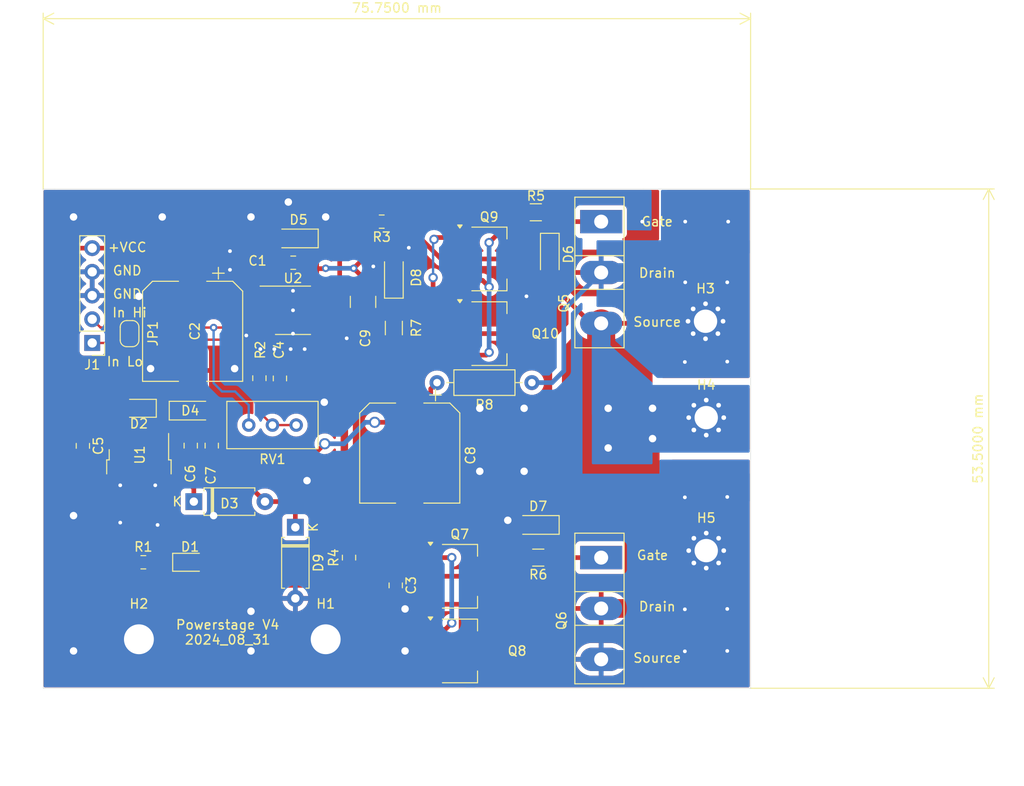
<source format=kicad_pcb>
(kicad_pcb (version 20240108) (generator "pcbnew") (generator_version "8.0")
  (title_block (title "Powerstage") (date "2024-08-31") (rev "A4"))
  (layers (0 "F.Cu" signal) (31 "B.Cu" signal) (34 "B.Paste" user) (35 "F.Paste" user) (36 "B.SilkS" user "B.Silkscreen") (37 "F.SilkS" user "F.Silkscreen") (38 "B.Mask" user) (39 "F.Mask" user) (44 "Edge.Cuts" user))
  (net 0 "")
  (net 1 "Net-(D2-K)")
  (net 2 "+36V")
  (net 3 "GND")
  (net 4 "Net-(D3-A)")
  (net 5 "+12V")
  (net 6 "Net-(D5-K)")
  (net 7 "CT")
  (net 8 "Net-(D8-K)")
  (net 9 "RT")
  (net 10 "Net-(D1-K)")
  (net 11 "Net-(D6-K)")
  (net 12 "Net-(D6-A)")
  (net 13 "Net-(R2-Pad1)")
  (net 14 "Net-(D7-K)")
  (net 15 "Net-(Q7-E)")
  (net 16 "Net-(Q7-B)")
  (net 17 "Net-(Q10-B)")
  (net 18 "Net-(Q10-E)")
  (net 19 "Net-(U2-HO)")
  (net 20 "Net-(U2-LO)")
  (footprint "Diode_SMD:D_SOD-123" (layer "F.Cu") (at 189.45 86.8 180)
    (property "Reference" "D5")
    (property "Value" "D_Schottky")
  )
  (footprint "Package_TO_SOT_THT:TO-247-3_Vertical" (layer "F.Cu") (at 222 85 -90)
    (property "Reference" "Q5")
    (property "Value" "C2M0025120D")
  )
  (footprint "Package_SO:SOP-8_3.76x4.96mm_P1.27mm" (layer "F.Cu") (at 189 94.5)
    (property "Reference" "U2")
    (property "Value" "U3115S")
  )
  (footprint "Capacitor_SMD:C_0805_2012Metric_Pad1.15x1.40mm_HandSolder" (layer "F.Cu") (at 189.025 89.4)
    (property "Reference" "C1")
    (property "Value" "100nF")
  )
  (footprint "Capacitor_SMD:CP_Elec_10x10.5" (layer "F.Cu") (at 178.25 96.75 -90)
    (property "Reference" "C2")
    (property "Value" "100uF")
  )
  (footprint "MountingHole:MountingHole_2.5mm_Pad_Via" (layer "F.Cu") (at 233.174175 95.674175)
    (property "Reference" "H3")
    (property "Value" "MountingHole_Pad")
  )
  (footprint "MountingHole:MountingHole_2.5mm_Pad_Via" (layer "F.Cu") (at 233.25 106)
    (property "Reference" "H4")
    (property "Value" "MountingHole_Pad")
  )
  (footprint "MountingHole:MountingHole_2.5mm_Pad_Via" (layer "F.Cu") (at 233.25 120.25)
    (property "Reference" "H5")
    (property "Value" "MountingHole_Pad")
  )
  (footprint "MountingHole:MountingHole_3.2mm_M3_DIN965_Pad" (layer "F.Cu") (at 172.5 129.75)
    (property "Reference" "H2")
    (property "Value" "MountingHole_Pad")
  )
  (footprint "Capacitor_SMD:C_0805_2012Metric_Pad1.15x1.40mm_HandSolder" (layer "F.Cu") (at 166.5 109.025 -90)
    (property "Reference" "C5")
    (property "Value" "1uF")
  )
  (footprint "Capacitor_SMD:C_0805_2012Metric_Pad1.15x1.40mm_HandSolder" (layer "F.Cu") (at 180.3 109 -90)
    (property "Reference" "C7")
    (property "Value" "100nF")
  )
  (footprint "Capacitor_SMD:CP_Elec_10x10.5" (layer "F.Cu") (at 201.5 109.8 -90)
    (property "Reference" "C8")
    (property "Value" "100uF")
  )
  (footprint "Capacitor_SMD:C_1210_3225Metric_Pad1.42x2.65mm_HandSolder" (layer "F.Cu") (at 196.5 93.6 -90)
    (property "Reference" "C9")
    (property "Value" "10uF")
  )
  (footprint "LED_SMD:LED_0805_2012Metric_Pad1.15x1.40mm_HandSolder" (layer "F.Cu") (at 177.975 121.5)
    (property "Reference" "D1")
    (property "Value" "LED")
  )
  (footprint "Diode_SMD:D_0805_2012Metric_Pad1.15x1.40mm_HandSolder" (layer "F.Cu") (at 172.5 105 180)
    (property "Reference" "D2")
    (property "Value" "D")
  )
  (footprint "Connector_PinHeader_2.54mm:PinHeader_1x05_P2.54mm_Vertical" (layer "F.Cu") (at 167.5 98 180)
    (property "Reference" "J1")
    (property "Value" "Conn_01x05_Female")
  )
  (footprint "Jumper:SolderJumper-2_P1.3mm_Bridged_RoundedPad1.0x1.5mm" (layer "F.Cu") (at 171.5 97 -90)
    (property "Reference" "JP1")
    (property "Value" "SolderJumper_2_Bridged")
  )
  (footprint "Resistor_SMD:R_0805_2012Metric_Pad1.15x1.40mm_HandSolder" (layer "F.Cu") (at 172.975 121.5)
    (property "Reference" "R1")
    (property "Value" "10k")
  )
  (footprint "Resistor_SMD:R_0805_2012Metric_Pad1.15x1.40mm_HandSolder" (layer "F.Cu") (at 198.5 85 180)
    (property "Reference" "R3")
    (property "Value" "10R")
  )
  (footprint "Resistor_SMD:R_0805_2012Metric_Pad1.15x1.40mm_HandSolder" (layer "F.Cu") (at 195 121 90)
    (property "Reference" "R4")
    (property "Value" "10R")
  )
  (footprint "Package_TO_SOT_SMD:TO-252-2" (layer "F.Cu") (at 172.5 113 -90)
    (property "Reference" "U1")
    (property "Value" "L7812")
  )
  (footprint "MountingHole:MountingHole_3.2mm_M3_DIN965_Pad" (layer "F.Cu") (at 192.5 129.75)
    (property "Reference" "H1")
    (property "Value" "MountingHole_Pad")
  )
  (footprint "Package_TO_SOT_THT:TO-247-3_Vertical" (layer "F.Cu") (at 222 121 -90)
    (property "Reference" "Q6")
    (property "Value" "C2M0025120D")
  )
  (footprint "Diode_SMD:D_SOD-123" (layer "F.Cu") (at 178 105.25)
    (property "Reference" "D4")
    (property "Value" "D")
  )
  (footprint "Diode_SMD:D_SOD-123" (layer "F.Cu") (at 216.5 88.5 -90)
    (property "Reference" "D6")
    (property "Value" "D_Zener")
  )
  (footprint "Diode_SMD:D_SOD-123" (layer "F.Cu") (at 215.25 117.5 180)
    (property "Reference" "D7")
    (property "Value" "D_Zener")
  )
  (footprint "Resistor_SMD:R_0805_2012Metric_Pad1.15x1.40mm_HandSolder" (layer "F.Cu") (at 185.4 101.775 90)
    (property "Reference" "R2")
    (property "Value" "R")
  )
  (footprint "Resistor_SMD:R_1206_3216Metric_Pad1.42x1.75mm_HandSolder" (layer "F.Cu") (at 215 84 180)
    (property "Reference" "R5")
    (property "Value" "1R")
  )
  (footprint "Resistor_SMD:R_1206_3216Metric_Pad1.42x1.75mm_HandSolder" (layer "F.Cu") (at 215.2625 121 180)
    (property "Reference" "R6")
    (property "Value" "1R")
  )
  (footprint "Potentiometer_THT:Potentiometer_Bourns_3296W_Vertical" (layer "F.Cu") (at 184.26 106.8 180)
    (property "Reference" "RV1")
    (property "Value" "R_POT_TRIM")
  )
  (footprint "Capacitor_SMD:C_0805_2012Metric_Pad1.15x1.40mm_HandSolder" (layer "F.Cu") (at 187.6 101.8 -90)
    (property "Reference" "C4")
    (property "Value" "C")
  )
  (footprint "Capacitor_SMD:C_0805_2012Metric_Pad1.15x1.40mm_HandSolder" (layer "F.Cu") (at 178.05 109 -90)
    (property "Reference" "C6")
    (property "Value" "100nF")
  )
  (footprint "Capacitor_SMD:C_0805_2012Metric_Pad1.15x1.40mm_HandSolder" (layer "F.Cu") (at 200 123.975 -90)
    (property "Reference" "C3")
    (property "Value" "100nF")
  )
  (footprint "Diode_THT:D_A-405_P7.62mm_Horizontal" (layer "F.Cu") (at 178.38 115)
    (property "Reference" "D3")
    (property "Value" "D")
  )
  (footprint "Diode_SMD:D_SOD-123" (layer "F.Cu") (at 199.8 90.95 90)
    (property "Reference" "D8")
    (property "Value" "D_Schottky")
  )
  (footprint "Resistor_SMD:R_1206_3216Metric_Pad1.30x1.75mm_HandSolder" (layer "F.Cu") (at 199.8 96.4 90)
    (property "Reference" "R7")
    (property "Value" "1R")
  )
  (footprint "Diode_THT:D_A-405_P7.62mm_Horizontal" (layer "F.Cu") (at 189.25 117.75 -90)
    (property "Reference" "D9")
    (property "Value" "24V-30V")
  )
  (footprint "Resistor_THT:R_Axial_DIN0207_L6.3mm_D2.5mm_P10.16mm_Horizontal" (layer "F.Cu") (at 214.58 102.25 180)
    (property "Reference" "R8")
    (property "Value" "50R")
  )
  (footprint "Package_TO_SOT_SMD:SOT-223-3_TabPin2" (layer "F.Cu") (at 210 97)
    (property "Reference" "Q10")
    (property "Value" "FZT953")
  )
  (footprint "Package_TO_SOT_SMD:SOT-223-3_TabPin2" (layer "F.Cu") (at 210 89)
    (property "Reference" "Q9")
    (property "Value" "FZT853")
  )
  (footprint "Package_TO_SOT_SMD:SOT-223-3_TabPin2" (layer "F.Cu") (at 206.85 123)
    (property "Reference" "Q7")
    (property "Value" "FZT853")
  )
  (footprint "Package_TO_SOT_SMD:SOT-223-3_TabPin2" (layer "F.Cu") (at 206.85 131)
    (property "Reference" "Q8")
    (property "Value" "FZT953")
  )
  (gr_line (start 238 135) (end 238 81.5) (stroke (width 0.05)) (layer "Edge.Cuts"))
  (gr_line (start 226.5 81.5) (end 238 81.5) (stroke (width 0.05)) (layer "Edge.Cuts"))
  (gr_line (start 226.5 135) (end 238 135) (stroke (width 0.05)) (layer "Edge.Cuts"))
  (gr_line (start 162.25 135) (end 162.25 81.5) (stroke (width 0.05)) (layer "Edge.Cuts"))
  (gr_line (start 163.5 81.5) (end 162.25 81.5) (stroke (width 0.05)) (layer "Edge.Cuts"))
  (gr_line (start 226.5 81.5) (end 163.5 81.5) (stroke (width 0.05)) (layer "Edge.Cuts"))
  (gr_line (start 163.5 135) (end 162.25 135) (stroke (width 0.05)) (layer "Edge.Cuts"))
  (gr_line (start 163.5 135) (end 226.5 135) (stroke (width 0.05)) (layer "Edge.Cuts"))
  (gr_text "Gate" (at 228 85 0) (layer "F.SilkS") (effects (font (size 1 1))))
  (gr_text "GND" (at 171.25 90.25 0) (layer "F.SilkS") (effects (font (size 1 1))))
  (gr_text "Powerstage V4\n2024_08_31" (at 182 129 0) (layer "F.SilkS") (effects (font (size 1 1))))
  (gr_text "Source" (at 228 95.75 0) (layer "F.SilkS") (effects (font (size 1 1))))
  (gr_text "Gate" (at 227.5 120.75 0) (layer "F.SilkS") (effects (font (size 1 1))))
  (gr_text "Drain" (at 228 126.25 0) (layer "F.SilkS") (effects (font (size 1 1))))
  (gr_text "Drain" (at 228 90.5 0) (layer "F.SilkS") (effects (font (size 1 1))))
  (gr_text "In Hi" (at 171.5 94.75 0) (layer "F.SilkS") (effects (font (size 1 1))))
  (gr_text "GND" (at 171.25 92.75 0) (layer "F.SilkS") (effects (font (size 1 1))))
  (gr_text "+VCC" (at 171.25 87.75 0) (layer "F.SilkS") (effects (font (size 1 1))))
  (gr_text "Source" (at 228 131.75 0) (layer "F.SilkS") (effects (font (size 1 1))))
  (gr_text "In Lo" (at 171 100 0) (layer "F.SilkS") (effects (font (size 1 1))))
  (dimension (type aligned) (layer "F.SilkS") (pts (xy 238 81.5) (xy 238 135)) (height -25.5) (gr_text "53.5000 mm" (at 262.35 108.25 90) (layer "F.SilkS") (effects (font (size 1 1) (thickness 0.15)))) (format (prefix "") (suffix "") (units 2) (units_format 1) (precision 4)) (style (thickness 0.12) (arrow_length 1.27) (text_position_mode 0) (extension_height 0.58642) (extension_offset 0) keep_text_aligned))
  (dimension (type aligned) (layer "F.SilkS") (pts (xy 238 81.5) (xy 162.25 81.5)) (height 18.25) (gr_text "75.7500 mm" (at 200.125 62.1 0) (layer "F.SilkS") (effects (font (size 1 1) (thickness 0.15)))) (format (prefix "") (suffix "") (units 2) (units_format 1) (precision 4)) (style (thickness 0.12) (arrow_length 1.27) (text_position_mode 0) (extension_height 0.58642) (extension_offset 0) keep_text_aligned))
  (segment (start 174.78 106.255) (end 173.525 105) (width 0.5) (layer "F.Cu") (net 1))
  (segment (start 174.78 108.8) (end 174.78 106.255) (width 0.5) (layer "F.Cu") (net 1))
  (segment (start 174.78 108.8) (end 174.78 109.98) (width 0.5) (layer "F.Cu") (net 1))
  (segment (start 174.78 106.255) (end 175.345 106.255) (width 0.5) (layer "F.Cu") (net 1))
  (segment (start 175.345 106.255) (end 176.35 105.25) (width 0.5) (layer "F.Cu") (net 1))
  (segment (start 174.78 109.98) (end 178.38 113.58) (width 0.5) (layer "F.Cu") (net 1))
  (segment (start 178.38 113.58) (end 178.38 115) (width 0.5) (layer "F.Cu") (net 1))
  (segment (start 177.225 108.8) (end 178.05 107.975) (width 0.5) (layer "F.Cu") (net 1))
  (segment (start 174.78 108.8) (end 177.225 108.8) (width 0.5) (layer "F.Cu") (net 1))
  (segment (start 222 90.45) (end 220.05 90.45) (width 0.5) (layer "F.Cu") (net 2))
  (via (at 235.6 85) (size 0.8) (drill 0.4) (layers "F.Cu" "B.Cu") (net 2))
  (via (at 231 91.5) (size 0.8) (drill 0.4) (layers "F.Cu" "B.Cu") (net 2))
  (via (at 235.5 100) (size 0.8) (drill 0.4) (layers "F.Cu" "B.Cu") (net 2))
  (via (at 230.96 100.04) (size 0.8) (drill 0.4) (layers "F.Cu" "B.Cu") (net 2))
  (via (at 231 85) (size 0.8) (drill 0.4) (layers "F.Cu" "B.Cu") (net 2))
  (via (at 235.5 91.5) (size 0.8) (drill 0.4) (layers "F.Cu" "B.Cu") (net 2))
  (segment (start 230.96 95.54) (end 230.96 100.04) (width 2) (layer "B.Cu") (net 2))
  (segment (start 226.95 90.45) (end 230.96 94.46) (width 0.5) (layer "B.Cu") (net 2))
  (segment (start 218 94.45) (end 218 101) (width 0.5) (layer "B.Cu") (net 2))
  (segment (start 230.96 94.46) (end 230.96 95.54) (width 2) (layer "B.Cu") (net 2))
  (segment (start 222 90.45) (end 226.95 90.45) (width 2) (layer "B.Cu") (net 2))
  (segment (start 218 101) (end 216.75 102.25) (width 0.5) (layer "B.Cu") (net 2))
  (segment (start 216.75 102.25) (end 214.58 102.25) (width 0.5) (layer "B.Cu") (net 2))
  (segment (start 222 90.45) (end 218 94.45) (width 0.5) (layer "B.Cu") (net 2))
  (segment (start 200 125.5) (end 201 126.5) (width 0.5) (layer "F.Cu") (net 3))
  (segment (start 222 131.9) (end 214.65 131.9) (width 0.5) (layer "F.Cu") (net 3))
  (segment (start 199.3 89.8) (end 199.8 89.3) (width 0.5) (layer "F.Cu") (net 3))
  (segment (start 213.75 131) (end 210 131) (width 0.5) (layer "F.Cu") (net 3))
  (segment (start 213.6 117.5) (end 212.5 117.5) (width 0.5) (layer "F.Cu") (net 3))
  (segment (start 212.5 117.5) (end 212 117) (width 0.5) (layer "F.Cu") (net 3))
  (segment (start 200 125) (end 200 125.5) (width 0.5) (layer "F.Cu") (net 3))
  (segment (start 214.65 131.9) (end 213.75 131) (width 0.5) (layer "F.Cu") (net 3))
  (segment (start 190.05 91.36) (end 189 92.41) (width 0.5) (layer "F.Cu") (net 3))
  (segment (start 201 131) (end 203.7 131) (width 0.5) (layer "F.Cu") (net 3))
  (segment (start 197.6 89.8) (end 199.3 89.8) (width 0.5) (layer "F.Cu") (net 3))
  (segment (start 190.05 89.4) (end 190.05 91.36) (width 0.5) (layer "F.Cu") (net 3))
  (via (at 185.5 98.66) (size 0.8) (drill 0.4) (layers "F.Cu" "B.Cu") (net 3))
  (via (at 194.75 97.5) (size 0.8) (drill 0.4) (layers "F.Cu" "B.Cu") (net 3))
  (via (at 213.75 105) (size 1.2) (drill 0.8) (layers "F.Cu" "B.Cu") (net 3))
  (via (at 192.35 104.35) (size 1.2) (drill 0.8) (layers "F.Cu" "B.Cu") (net 3))
  (via (at 188.5 82.9) (size 1.2) (drill 0.8) (layers "F.Cu" "B.Cu") (net 3))
  (via (at 184 97.2) (size 0.8) (drill 0.4) (layers "F.Cu" "B.Cu") (net 3))
  (via (at 192.5 84.5) (size 1.2) (drill 0.8) (layers "F.Cu" "B.Cu") (net 3))
  (via (at 197.6 89.8) (size 0.8) (drill 0.4) (layers "F.Cu" "B.Cu") (net 3))
  (via (at 184.5 84.5) (size 1.2) (drill 0.8) (layers "F.Cu" "B.Cu") (net 3))
  (via (at 214 93) (size 0.8) (drill 0.4) (layers "F.Cu" "B.Cu") (net 3))
  (via (at 182.75 100.75) (size 1.2) (drill 0.8) (layers "F.Cu" "B.Cu") (net 3))
  (via (at 172.5 93) (size 1.2) (drill 0.8) (layers "F.Cu" "B.Cu") (net 3))
  (via (at 201.4 87.8) (size 0.8) (drill 0.4) (layers "F.Cu" "B.Cu") (net 3))
  (via (at 182.25 88.16) (size 0.8) (drill 0.4) (layers "F.Cu" "B.Cu") (net 3))
  (via (at 213.75 111.75) (size 1.2) (drill 0.8) (layers "F.Cu" "B.Cu") (net 3))
  (via (at 165.5 131) (size 1.2) (drill 0.8) (layers "F.Cu" "B.Cu") (net 3))
  (via (at 235.5 126.5) (size 0.8) (drill 0.4) (layers "F.Cu" "B.Cu") (net 3))
  (via (at 209 111.75) (size 1.2) (drill 0.8) (layers "F.Cu" "B.Cu") (net 3))
  (via (at 226.4 85) (size 0.8) (drill 0.4) (layers "F.Cu" "B.Cu") (net 3))
  (via (at 189 97) (size 0.8) (drill 0.4) (layers "F.Cu" "B.Cu") (net 3))
  (via (at 190.25 98.66) (size 0.8) (drill 0.4) (layers "F.Cu" "B.Cu") (net 3))
  (via (at 188.75 98.66) (size 0.8) (drill 0.4) (layers "F.Cu" "B.Cu") (net 3))
  (via (at 230.96 114.54) (size 0.8) (drill 0.4) (layers "F.Cu" "B.Cu") (net 3))
  (via (at 190.5 112.75) (size 1.2) (drill 0.8) (layers "F.Cu" "B.Cu") (net 3))
  (via (at 235.5 114.5) (size 0.8) (drill 0.4) (layers "F.Cu" "B.Cu") (net 3))
  (via (at 170.5 117.25) (size 0.8) (drill 0.4) (layers "F.Cu" "B.Cu") (net 3))
  (via (at 230.96 131.04) (size 0.8) (drill 0.4) (layers "F.Cu" "B.Cu") (net 3))
  (via (at 230.96 126.54) (size 0.8) (drill 0.4) (layers "F.Cu" "B.Cu") (net 3))
  (via (at 180.5 116.5) (size 1.2) (drill 0.8) (layers "F.Cu" "B.Cu") (net 3))
  (via (at 174.5 117.5) (size 0.8) (drill 0.4) (layers "F.Cu" "B.Cu") (net 3))
  (via (at 175 84.5) (size 1.2) (drill 0.8) (layers "F.Cu" "B.Cu") (net 3))
  (via (at 174.25 113.25) (size 0.8) (drill 0.4) (layers "F.Cu" "B.Cu") (net 3))
  (via (at 235.5 131) (size 0.8) (drill 0.4) (layers "F.Cu" "B.Cu") (net 3))
  (via (at 189 92.41) (size 0.8) (drill 0.4) (layers "F.Cu" "B.Cu") (net 3))
  (via (at 184.5 131) (size 1.2) (drill 0.8) (layers "F.Cu" "B.Cu") (net 3))
  (via (at 182.25 90.16) (size 0.8) (drill 0.4) (layers "F.Cu" "B.Cu") (net 3))
  (via (at 189 94.5) (size 0.8) (drill 0.4) (layers "F.Cu" "B.Cu") (net 3))
  (via (at 165.5 84.5) (size 1.2) (drill 0.8) (layers "F.Cu" "B.Cu") (net 3))
  (via (at 212 117) (size 1.2) (drill 0.8) (layers "F.Cu" "B.Cu") (net 3))
  (via (at 173.75 100.75) (size 1.2) (drill 0.8) (layers "F.Cu" "B.Cu") (net 3))
  (via (at 209 105) (size 1.2) (drill 0.8) (layers "F.Cu" "B.Cu") (net 3))
  (via (at 170.5 113.25) (size 0.8) (drill 0.4) (layers "F.Cu" "B.Cu") (net 3))
  (via (at 165.5 116.5) (size 1.2) (drill 0.8) (layers "F.Cu" "B.Cu") (net 3))
  (via (at 201 126.5) (size 1.2) (drill 0.8) (layers "F.Cu" "B.Cu") (net 3))
  (via (at 187 98.66) (size 0.8) (drill 0.4) (layers "F.Cu" "B.Cu") (net 3))
  (via (at 184.5 126.75) (size 1.2) (drill 0.8) (layers "F.Cu" "B.Cu") (net 3))
  (via (at 201 131) (size 1.2) (drill 0.8) (layers "F.Cu" "B.Cu") (net 3))
  (segment (start 230.96 120.54) (end 230.96 114.54) (width 2) (layer "B.Cu") (net 3))
  (segment (start 230.96 126.54) (end 230.96 120.54) (width 2) (layer "B.Cu") (net 3))
  (segment (start 230.96 131.04) (end 230.96 126.54) (width 2) (layer "B.Cu") (net 3))
  (segment (start 222 131.9) (end 230.32 131.9) (width 2) (layer "B.Cu") (net 3))
  (segment (start 230.96 131.26) (end 230.96 131.04) (width 2) (layer "B.Cu") (net 3))
  (segment (start 230.32 131.9) (end 230.96 131.26) (width 2) (layer "B.Cu") (net 3))
  (segment (start 186 115) (end 182 111) (width 0.5) (layer "F.Cu") (net 4))
  (segment (start 179.5 105.4) (end 179.65 105.25) (width 0.5) (layer "F.Cu") (net 4))
  (segment (start 188.5 115) (end 189.25 115.75) (width 0.5) (layer "F.Cu") (net 4))
  (segment (start 197.75 106.5) (end 200.6 106.5) (width 0.5) (layer "F.Cu") (net 4))
  (segment (start 182 109.675) (end 191.525 109.675) (width 0.5) (layer "F.Cu") (net 4))
  (segment (start 180.3 105.9) (end 179.65 105.25) (width 0.5) (layer "F.Cu") (net 4))
  (segment (start 203.75 103.35) (end 203.75 102.92) (width 0.5) (layer "F.Cu") (net 4))
  (segment (start 182 109.675) (end 180.3 107.975) (width 0.5) (layer "F.Cu") (net 4))
  (segment (start 203.75 103.35) (end 201.5 105.6) (width 0.5) (layer "F.Cu") (net 4))
  (segment (start 200.6 106.5) (end 201.5 105.6) (width 0.5) (layer "F.Cu") (net 4))
  (segment (start 186 115) (end 188.5 115) (width 0.5) (layer "F.Cu") (net 4))
  (segment (start 191.525 109.675) (end 192.4 108.8) (width 0.5) (layer "F.Cu") (net 4))
  (segment (start 189.25 115.75) (end 189.25 117.75) (width 0.5) (layer "F.Cu") (net 4))
  (segment (start 180.3 107.975) (end 180.3 105.9) (width 0.5) (layer "F.Cu") (net 4))
  (segment (start 203.75 102.92) (end 204.42 102.25) (width 0.5) (layer "F.Cu") (net 4))
  (segment (start 182 111) (end 182 109.675) (width 0.5) (layer "F.Cu") (net 4))
  (via (at 197.75 106.5) (size 1.2) (drill 0.8) (layers "F.Cu" "B.Cu") (net 4))
  (via (at 192.4 108.8) (size 1.2) (drill 0.8) (layers "F.Cu" "B.Cu") (net 4))
  (segment (start 196.75 106.5) (end 197.75 106.5) (width 0.5) (layer "B.Cu") (net 4))
  (segment (start 194.45 108.8) (end 196.75 106.5) (width 0.5) (layer "B.Cu") (net 4))
  (segment (start 192.4 108.8) (end 194.45 108.8) (width 0.5) (layer "B.Cu") (net 4))
  (segment (start 180.5 124.25) (end 171.75 124.25) (width 0.5) (layer "F.Cu") (net 5))
  (segment (start 200 122.95) (end 200 122) (width 0.5) (layer "F.Cu") (net 5))
  (segment (start 169 105) (end 165 101) (width 0.5) (layer "F.Cu") (net 5))
  (segment (start 171.475 105) (end 169 105) (width 0.5) (layer "F.Cu") (net 5))
  (segment (start 171.75 124.25) (end 167.5 120) (width 0.5) (layer "F.Cu") (net 5))
  (segment (start 185.6175 91.75) (end 186.4625 92.595) (width 0.5) (layer "F.Cu") (net 5))
  (segment (start 178.25 92.75) (end 175.25 92.75) (width 0.5) (layer "F.Cu") (net 5))
  (segment (start 167.5 111.5) (end 167.5 118.5) (width 0.5) (layer "F.Cu") (net 5))
  (segment (start 185 91.75) (end 185.6175 91.75) (width 0.5) (layer "F.Cu") (net 5))
  (segment (start 166.16 87.84) (end 167.5 87.84) (width 0.5) (layer "F.Cu") (net 5))
  (segment (start 186.8 89.4) (end 188 89.4) (width 0.5) (layer "F.Cu") (net 5))
  (segment (start 197.05 122.95) (end 200 122.95) (width 0.5) (layer "F.Cu") (net 5))
  (segment (start 182.45 94) (end 179.5 94) (width 0.5) (layer "F.Cu") (net 5))
  (segment (start 203.7 123) (end 210 123) (width 0.5) (layer "F.Cu") (net 5))
  (segment (start 186.4625 89.7375) (end 186.8 89.4) (width 0.5) (layer "F.Cu") (net 5))
  (segment (start 170.22 108.8) (end 170.22 106.255) (width 0.5) (layer "F.Cu") (net 5))
  (segment (start 186.4625 92.595) (end 186.4625 89.7375) (width 0.5) (layer "F.Cu") (net 5))
  (segment (start 168 111) (end 167.5 111.5) (width 0.5) (layer "F.Cu") (net 5))
  (segment (start 169.62 111) (end 168 111) (width 0.5) (layer "F.Cu") (net 5))
  (segment (start 167.5 118.5) (end 170.5 121.5) (width 0.5) (layer "F.Cu") (net 5))
  (segment (start 184 91.75) (end 184 92.45) (width 0.5) (layer "F.Cu") (net 5))
  (segment (start 184 92.45) (end 182.45 94) (width 0.5) (layer "F.Cu") (net 5))
  (segment (start 165 89) (end 166.16 87.84) (width 0.5) (layer "F.Cu") (net 5))
  (segment (start 167.3 108.8) (end 166.5 108) (width 0.5) (layer "F.Cu") (net 5))
  (segment (start 187.8 86.8) (end 187.8 89.2) (width 0.5) (layer "F.Cu") (net 5))
  (segment (start 170.22 106.255) (end 171.475 105) (width 0.5) (layer "F.Cu") (net 5))
  (segment (start 170.5 121.5) (end 171.375 121.5) (width 0.5) (layer "F.Cu") (net 5))
  (segment (start 170.34 87.84) (end 167.5 87.84) (width 0.5) (layer "F.Cu") (net 5))
  (segment (start 184 91.75) (end 185 91.75) (width 0.5) (layer "F.Cu") (net 5))
  (segment (start 171.375 121.5) (end 171.95 121.5) (width 0.5) (layer "F.Cu") (net 5))
  (segment (start 170.22 108.8) (end 170.22 110.4) (width 0.5) (layer "F.Cu") (net 5))
  (segment (start 170.22 108.8) (end 167.3 108.8) (width 0.5) (layer "F.Cu") (net 5))
  (segment (start 187.8 89.2) (end 188 89.4) (width 0.5) (layer "F.Cu") (net 5))
  (segment (start 180.78 123.97) (end 195.97 123.97) (width 0.5) (layer "F.Cu") (net 5))
  (segment (start 195.97 123.97) (end 196 124) (width 0.5) (layer "F.Cu") (net 5))
  (segment (start 165 101) (end 165 89) (width 0.5) (layer "F.Cu") (net 5))
  (segment (start 196 124) (end 197.05 122.95) (width 0.5) (layer "F.Cu") (net 5))
  (segment (start 167.5 120) (end 167.5 118.5) (width 0.5) (layer "F.Cu") (net 5))
  (segment (start 170.22 110.4) (end 169.62 111) (width 0.5) (layer "F.Cu") (net 5))
  (segment (start 200 122.95) (end 203.65 122.95) (width 0.5) (layer "F.Cu") (net 5))
  (segment (start 175.25 92.75) (end 170.34 87.84) (width 0.5) (layer "F.Cu") (net 5))
  (segment (start 179.5 94) (end 178.25 92.75) (width 0.5) (layer "F.Cu") (net 5))
  (segment (start 203.65 122.95) (end 203.7 123) (width 0.5) (layer "F.Cu") (net 5))
  (segment (start 171.5 121.05) (end 171.95 121.5) (width 0.5) (layer "F.Cu") (net 5))
  (segment (start 180.5 124.25) (end 180.78 123.97) (width 0.5) (layer "F.Cu") (net 5))
  (segment (start 191.5375 87.2375) (end 191.5375 90.0375) (width 0.5) (layer "F.Cu") (net 6))
  (segment (start 202.46 86.46) (end 202.46 86.601421) (width 0.5) (layer "F.Cu") (net 6))
  (segment (start 196.5 92.2) (end 196.5 91) (width 0.5) (layer "F.Cu") (net 6))
  (segment (start 206.85 89) (end 213.15 89) (width 0.5) (layer "F.Cu") (net 6))
  (segment (start 202.46 86.601421) (end 204.858579 89) (width 0.5) (layer "F.Cu") (net 6))
  (segment (start 191.5375 90.0375) (end 191.5375 92.595) (width 0.5) (layer "F.Cu") (net 6))
  (segment (start 196.5 91) (end 195.5 90) (width 0.5) (layer "F.Cu") (net 6))
  (segment (start 204.858579 89) (end 206.85 89) (width 0.5) (layer "F.Cu") (net 6))
  (segment (start 191.1 86.8) (end 191.5375 87.2375) (width 0.5) (layer "F.Cu") (net 6))
  (segment (start 199.04 86.46) (end 202.46 86.46) (width 0.5) (layer "F.Cu") (net 6))
  (segment (start 195.5 90) (end 199.04 86.46) (width 0.5) (layer "F.Cu") (net 6))
  (segment (start 213 89.5) (end 213 90) (width 0.5) (layer "F.Cu") (net 6))
  (segment (start 192.4625 90.0375) (end 192.5 90) (width 0.25) (layer "F.Cu") (net 6))
  (segment (start 191.5375 90.0375) (end 192.4625 90.0375) (width 0.5) (layer "F.Cu") (net 6))
  (via (at 195.5 90) (size 0.8) (drill 0.4) (layers "F.Cu" "B.Cu") (net 6))
  (via (at 192.5 90) (size 0.8) (drill 0.4) (layers "F.Cu" "B.Cu") (net 6))
  (segment (start 192.5 90) (end 195.5 90) (width 0.5) (layer "B.Cu") (net 6))
  (segment (start 185.4 100.75) (end 187.575 100.75) (width 0.25) (layer "F.Cu") (net 7))
  (segment (start 171.5 97.65) (end 171.35 97.65) (width 0.25) (layer "F.Cu") (net 7))
  (segment (start 184.775 100.025) (end 182.4 97.65) (width 0.25) (layer "F.Cu") (net 7))
  (segment (start 171 98) (end 167.5 98) (width 0.25) (layer "F.Cu") (net 7))
  (segment (start 183.865 95.135) (end 186.4625 95.135) (width 0.25) (layer "F.Cu") (net 7))
  (segment (start 184.775 100.025) (end 184.775 100.125) (width 0.25) (layer "F.Cu") (net 7))
  (segment (start 184.775 100.125) (end 185.4 100.75) (width 0.25) (layer "F.Cu") (net 7))
  (segment (start 182.4 97.65) (end 181.35 97.65) (width 0.25) (layer "F.Cu") (net 7))
  (segment (start 181.35 97.65) (end 171.5 97.65) (width 0.25) (layer "F.Cu") (net 7))
  (segment (start 187.575 100.75) (end 187.6 100.775) (width 0.25) (layer "F.Cu") (net 7))
  (segment (start 171.35 97.65) (end 171 98) (width 0.25) (layer "F.Cu") (net 7))
  (segment (start 181.35 97.65) (end 183.865 95.135) (width 0.25) (layer "F.Cu") (net 7))
  (segment (start 199.8 94.85) (end 199.8 92.6) (width 0.5) (layer "F.Cu") (net 8))
  (segment (start 196.5 95.0875) (end 199.5625 95.0875) (width 0.5) (layer "F.Cu") (net 8))
  (segment (start 191.5375 95.135) (end 196.365 95.135) (width 0.5) (layer "F.Cu") (net 8))
  (segment (start 196.365 95.135) (end 196.5 95) (width 0.25) (layer "F.Cu") (net 8))
  (segment (start 199.5625 95.0875) (end 199.8 94.85) (width 0.25) (layer "F.Cu") (net 8))
  (segment (start 199.5 95) (end 200.4 95) (width 0.25) (layer "F.Cu") (net 8))
  (segment (start 186.4625 93.865) (end 183.935 93.865) (width 0.25) (layer "F.Cu") (net 9))
  (segment (start 171.5 96.35) (end 180.5 96.35) (width 0.25) (layer "F.Cu") (net 9))
  (segment (start 168.39 96.35) (end 167.5 95.46) (width 0.25) (layer "F.Cu") (net 9))
  (segment (start 181.45 96.35) (end 180.5 96.35) (width 0.25) (layer "F.Cu") (net 9))
  (segment (start 183.935 93.865) (end 181.45 96.35) (width 0.25) (layer "F.Cu") (net 9))
  (segment (start 171.5 96.35) (end 168.39 96.35) (width 0.25) (layer "F.Cu") (net 9))
  (via (at 180.5 96.35) (size 0.8) (drill 0.4) (layers "F.Cu" "B.Cu") (net 9))
  (segment (start 184.26 104.66) (end 184.26 106.8) (width 0.25) (layer "B.Cu") (net 9))
  (segment (start 180.5 96.35) (end 180.5 102.3) (width 0.25) (layer "B.Cu") (net 9))
  (segment (start 181.4 103.2) (end 182.8 103.2) (width 0.25) (layer "B.Cu") (net 9))
  (segment (start 180.5 102.3) (end 181.4 103.2) (width 0.25) (layer "B.Cu") (net 9))
  (segment (start 182.8 103.2) (end 184.26 104.66) (width 0.25) (layer "B.Cu") (net 9))
  (segment (start 176.95 121.5) (end 174 121.5) (width 0.25) (layer "F.Cu") (net 10))
  (segment (start 222 85) (end 217.4875 85) (width 0.5) (layer "F.Cu") (net 11))
  (segment (start 216.4875 84) (end 216.4875 86.3625) (width 0.25) (layer "F.Cu") (net 11))
  (segment (start 216.4875 86.3625) (end 216 86.85) (width 0.25) (layer "F.Cu") (net 11))
  (segment (start 217.4875 85) (end 216.4875 84) (width 0.5) (layer "F.Cu") (net 11))
  (segment (start 225.5 110.5) (end 225.5 108.58) (width 2) (layer "F.Cu") (net 12))
  (segment (start 225.46 108.54) (end 225.5 108.58) (width 0.25) (layer "F.Cu") (net 12))
  (segment (start 225.5 105.5) (end 222 102) (width 0.25) (layer "F.Cu") (net 12))
  (segment (start 222.96 108.54) (end 223 108.58) (width 0.25) (layer "F.Cu") (net 12))
  (segment (start 222 102) (end 222 105.08) (width 0.25) (layer "F.Cu") (net 12))
  (segment (start 213.15 97) (end 206.85 97) (width 0.5) (layer "F.Cu") (net 12))
  (segment (start 226.54 107.04) (end 226.54 106.54) (width 0.25) (layer "F.Cu") (net 12))
  (segment (start 225.5 126) (end 225.5 110.5) (width 2) (layer "F.Cu") (net 12))
  (segment (start 206.85 97) (end 200.75 97) (width 0.5) (layer "F.Cu") (net 12))
  (segment (start 216.5 91.5) (end 220.9 95.9) (width 0.5) (layer "F.Cu") (net 12))
  (segment (start 226.54 106.54) (end 225.5 105.5) (width 0.25) (layer "F.Cu") (net 12))
  (segment (start 225.05 126.45) (end 225.5 126) (width 2) (layer "F.Cu") (net 12))
  (segment (start 222 126.45) (end 225.05 126.45) (width 2) (layer "F.Cu") (net 12))
  (segment (start 200.75 97) (end 199.8 97.95) (width 0.5) (layer "F.Cu") (net 12))
  (segment (start 222 102) (end 222 95.9) (width 3) (layer "F.Cu") (net 12))
  (segment (start 222 105.08) (end 225.46 108.54) (width 0.25) (layer "F.Cu") (net 12))
  (segment (start 216.5 93.65) (end 216.5 91.5) (width 0.5) (layer "F.Cu") (net 12))
  (segment (start 213.15 97) (end 216.5 93.65) (width 0.5) (layer "F.Cu") (net 12))
  (segment (start 220.9 95.9) (end 222 95.9) (width 0.25) (layer "F.Cu") (net 12))
  (segment (start 216.5 90.15) (end 216.5 91.5) (width 0.5) (layer "F.Cu") (net 12))
  (via (at 222.75 109.25) (size 1.2) (drill 0.8) (layers "F.Cu" "B.Cu") (net 12))
  (via (at 227.5 108.25) (size 1.2) (drill 0.8) (layers "F.Cu" "B.Cu") (net 12))
  (via (at 222.75 105) (size 1.2) (drill 0.8) (layers "F.Cu" "B.Cu") (net 12))
  (via (at 227.5 105) (size 1.2) (drill 0.8) (layers "F.Cu" "B.Cu") (net 12))
  (segment (start 222.651999 106.225001) (end 224.774999 106.225001) (width 0.25) (layer "B.Cu") (net 12))
  (segment (start 222 105.573002) (end 222.651999 106.225001) (width 0.25) (layer "B.Cu") (net 12))
  (segment (start 222 95.9) (end 222 105.573002) (width 2) (layer "B.Cu") (net 12))
  (segment (start 225.100001 105.899999) (end 225.5 105.5) (width 0.25) (layer "B.Cu") (net 12))
  (segment (start 224.774999 106.225001) (end 225.100001 105.899999) (width 0.25) (layer "B.Cu") (net 12))
  (segment (start 189.34 106.8) (end 186.8 106.8) (width 0.25) (layer "F.Cu") (net 13))
  (segment (start 185.4 102.8) (end 185.4 105.4) (width 0.25) (layer "F.Cu") (net 13))
  (segment (start 185.4 105.4) (end 186.8 106.8) (width 0.25) (layer "F.Cu") (net 13))
  (segment (start 222 121) (end 216.75 121) (width 0.5) (layer "F.Cu") (net 14))
  (segment (start 216.75 121) (end 216.75 117.65) (width 0.5) (layer "F.Cu") (net 14))
  (segment (start 216.75 117.65) (end 216.9 117.5) (width 0.5) (layer "F.Cu") (net 14))
  (segment (start 203.7 133.3) (end 204.7 133.3) (width 0.5) (layer "F.Cu") (net 15))
  (segment (start 213 125) (end 213 124) (width 0.5) (layer "F.Cu") (net 15))
  (segment (start 212 126) (end 213 125) (width 0.5) (layer "F.Cu") (net 15))
  (segment (start 213.775 123.225) (end 213.775 121) (width 0.5) (layer "F.Cu") (net 15))
  (segment (start 204.3 125.3) (end 205 126) (width 0.5) (layer "F.Cu") (net 15))
  (segment (start 207 126) (end 212 126) (width 0.5) (layer "F.Cu") (net 15))
  (segment (start 203.7 125.3) (end 204.3 125.3) (width 0.5) (layer "F.Cu") (net 15))
  (segment (start 213 124) (end 213.775 123.225) (width 0.5) (layer "F.Cu") (net 15))
  (segment (start 207 131) (end 207 126) (width 0.5) (layer "F.Cu") (net 15))
  (segment (start 204.7 133.3) (end 207 131) (width 0.5) (layer "F.Cu") (net 15))
  (segment (start 205 126) (end 207 126) (width 0.5) (layer "F.Cu") (net 15))
  (segment (start 195 122.025) (end 198 122.025) (width 0.5) (layer "F.Cu") (net 16))
  (segment (start 204 121) (end 203.7 120.7) (width 0.5) (layer "F.Cu") (net 16))
  (segment (start 199.325 120.7) (end 203.7 120.7) (width 0.5) (layer "F.Cu") (net 16))
  (segment (start 205.3 128.7) (end 206 128) (width 0.5) (layer "F.Cu") (net 16))
  (segment (start 206 121) (end 204 121) (width 0.5) (layer "F.Cu") (net 16))
  (segment (start 203.7 128.7) (end 205.3 128.7) (width 0.5) (layer "F.Cu") (net 16))
  (segment (start 198 122.025) (end 199.325 120.7) (width 0.5) (layer "F.Cu") (net 16))
  (via (at 206 128) (size 1) (drill 0.6) (layers "F.Cu" "B.Cu") (net 16))
  (via (at 206 121) (size 1) (drill 0.6) (layers "F.Cu" "B.Cu") (net 16))
  (segment (start 206 128) (end 206 122) (width 0.5) (layer "B.Cu") (net 16))
  (segment (start 206 122) (end 206 121) (width 0.5) (layer "B.Cu") (net 16))
  (segment (start 206.85 94.7) (end 205.7 94.7) (width 0.5) (layer "F.Cu") (net 17))
  (segment (start 204 93) (end 204 91) (width 0.5) (layer "F.Cu") (net 17))
  (segment (start 205.5 85) (end 205.5 85.35) (width 0.5) (layer "F.Cu") (net 17))
  (segment (start 205.7 94.7) (end 204 93) (width 0.5) (layer "F.Cu") (net 17))
  (segment (start 206.85 86.7) (end 204.3 86.7) (width 0.5) (layer "F.Cu") (net 17))
  (segment (start 205.5 85.35) (end 206.85 86.7) (width 0.5) (layer "F.Cu") (net 17))
  (segment (start 204.3 86.7) (end 204.101041 86.898959) (width 0.5) (layer "F.Cu") (net 17))
  (segment (start 199.525 85) (end 205.5 85) (width 0.5) (layer "F.Cu") (net 17))
  (via (at 204.101041 86.898959) (size 1) (drill 0.6) (layers "F.Cu" "B.Cu") (net 17))
  (via (at 204 91) (size 1) (drill 0.6) (layers "F.Cu" "B.Cu") (net 17))
  (segment (start 204 87) (end 204.101041 86.898959) (width 0.25) (layer "B.Cu") (net 17))
  (segment (start 204 91) (end 204 87) (width 0.25) (layer "B.Cu") (net 17))
  (segment (start 210 87.25) (end 213.25 84) (width 0.5) (layer "F.Cu") (net 18))
  (segment (start 209.3 91.3) (end 210 92) (width 0.5) (layer "F.Cu") (net 18))
  (segment (start 206.85 91.3) (end 209.3 91.3) (width 0.5) (layer "F.Cu") (net 18))
  (segment (start 206.85 99.3) (end 209.7 99.3) (width 0.5) (layer "F.Cu") (net 18))
  (segment (start 213.25 84) (end 213.5125 84) (width 0.5) (layer "F.Cu") (net 18))
  (segment (start 209.7 99.3) (end 210 99) (width 0.5) (layer "F.Cu") (net 18))
  (via (at 210 99) (size 1) (drill 0.6) (layers "F.Cu" "B.Cu") (net 18))
  (via (at 210 87.25) (size 1) (drill 0.6) (layers "F.Cu" "B.Cu") (net 18))
  (via (at 210 92) (size 1) (drill 0.6) (layers "F.Cu" "B.Cu") (net 18))
  (segment (start 210 87.25) (end 210 92) (width 0.5) (layer "B.Cu") (net 18))
  (segment (start 210 92) (end 210 99) (width 0.5) (layer "B.Cu") (net 18))
  (segment (start 197.475 85.7) (end 194 89.175) (width 0.5) (layer "F.Cu") (net 19))
  (segment (start 193.135 93.865) (end 191.5375 93.865) (width 0.5) (layer "F.Cu") (net 19))
  (segment (start 194 93) (end 193.135 93.865) (width 0.5) (layer "F.Cu") (net 19))
  (segment (start 192.525 93.865) (end 191.5375 93.865) (width 0.25) (layer "F.Cu") (net 19))
  (segment (start 197.475 85) (end 197.475 85.7) (width 0.5) (layer "F.Cu") (net 19))
  (segment (start 194 89.175) (end 194 93) (width 0.5) (layer "F.Cu") (net 19))
  (segment (start 194.5 100) (end 194.5 117) (width 0.8) (layer "F.Cu") (net 20))
  (segment (start 191.5375 96.405) (end 191.5375 97.0375) (width 0.8) (layer "F.Cu") (net 20))
  (segment (start 194.5 117) (end 195 117.5) (width 0.8) (layer "F.Cu") (net 20))
  (segment (start 195 117.5) (end 195 119.975) (width 0.8) (layer "F.Cu") (net 20))
  (segment (start 191.5375 97.0375) (end 194.5 100) (width 0.8) (layer "F.Cu") (net 20))
  (zone (net 3) (net_name "GND") (layer "F.Cu") (connect_pads (clearance 0.508)) (min_thickness 0.254) (fill yes (thermal_gap 0.508) (thermal_bridge_width 0.508))
    (polygon (pts (xy 218.5 96) (xy 216.75 97.75) (xy 216.75 109.75) (xy 206 109.75) (xy 206 98.5) (xy 210.75 93.75) (xy 218.5 93.75)))
  )
  (zone (net 12) (net_name "Net-(D6-A)") (layer "F.Cu") (connect_pads (clearance 0.508)) (min_thickness 0.254) (fill yes (thermal_gap 0.508) (thermal_bridge_width 0.508))
    (polygon (pts (xy 227.5 102.75) (xy 241.5 102.75) (xy 241.75 109.5) (xy 228.25 109.5) (xy 228.2 128.6) (xy 217.8 128.6) (xy 217.8 98.6) (xy 222 94) (xy 227.5 94)))
  )
  (zone (net 2) (net_name "+36V") (layer "F.Cu") (connect_pads (clearance 0.508)) (min_thickness 0.254) (fill yes (thermal_gap 0.508) (thermal_bridge_width 0.508))
    (polygon (pts (xy 240.2 88.2) (xy 239.938235 88.2) (xy 240 101.75) (xy 228.5 101.75) (xy 228.473529 93) (xy 218.5 93) (xy 218.5 88) (xy 229 88) (xy 229 78.2) (xy 240.6 78)))
  )
  (zone (net 3) (net_name "GND") (layer "F.Cu") (connect_pads (clearance 0.508)) (min_thickness 0.254) (fill yes (thermal_gap 0.508) (thermal_bridge_width 0.508))
    (polygon (pts (xy 228.2 87) (xy 217.75 87) (xy 217.75 94) (xy 211.75 94.25) (xy 206.25 99) (xy 206.25 103.25) (xy 206.75 129.5) (xy 229.5 129.75) (xy 229.5 110.5) (xy 244.75 110.5) (xy 244.75 137.5) (xy 160 137.5) (xy 160 78.5) (xy 228.2 78.35)))
  )
  (zone (net 3) (net_name "GND") (layer "F.Cu") (connect_pads (clearance 0.508)) (min_thickness 0.254) (fill yes (thermal_gap 0.508) (thermal_bridge_width 0.508))
    (polygon (pts (xy 216.8 131.1875) (xy 203 131.25) (xy 203.25 109.5) (xy 216.75 109.5)))
  )
  (zone (net 12) (net_name "Net-(D6-A)") (layer "B.Cu") (connect_pads (clearance 0.508)) (min_thickness 0.254) (fill yes (thermal_gap 0.508) (thermal_bridge_width 0.508))
    (polygon (pts (xy 227.5 111) (xy 221 111) (xy 221 96.5) (xy 227.5 102.25)))
  )
  (zone (net 3) (net_name "GND") (layer "B.Cu") (connect_pads (clearance 0.508)) (min_thickness 0.254) (fill yes (thermal_gap 0.508) (thermal_bridge_width 0.508))
    (polygon (pts (xy 220 113.5) (xy 203.75 113.5) (xy 203.75 74.75) (xy 220 74.75)))
  )
  (zone (net 3) (net_name "GND") (layer "B.Cu") (connect_pads (clearance 0.508)) (min_thickness 0.254) (fill yes (thermal_gap 0.508) (thermal_bridge_width 0.508))
    (polygon (pts (xy 208.5 145.5) (xy 157.75 145.5) (xy 157.625 77.75) (xy 208.375 77.75)))
  )
  (zone (net 3) (net_name "GND") (layer "B.Cu") (connect_pads (clearance 0.508)) (min_thickness 0.254) (fill yes (thermal_gap 0.508) (thermal_bridge_width 0.508))
    (polygon (pts (xy 241.25 115) (xy 228.25 114.875) (xy 228.25 110.5) (xy 241.25 110.5)))
  )
  (zone (net 12) (net_name "Net-(D6-A)") (layer "B.Cu") (connect_pads (clearance 0.508)) (min_thickness 0.254) (fill yes (thermal_gap 0.508) (thermal_bridge_width 0.508))
    (polygon (pts (xy 242.25 109.75) (xy 226.75 109.75) (xy 226.75 102.5) (xy 242.25 102.5)))
  )
  (zone (net 3) (net_name "GND") (layer "B.Cu") (connect_pads (clearance 0.508)) (min_thickness 0.254) (fill yes (thermal_gap 0.508) (thermal_bridge_width 0.508))
    (polygon (pts (xy 245 145.5) (xy 207.5 145.5) (xy 207.5 112) (xy 245 112)))
  )
  (zone (net 2) (net_name "+36V") (layer "B.Cu") (connect_pads (clearance 0.508)) (min_thickness 0.254) (fill yes (thermal_gap 0.508) (thermal_bridge_width 0.508))
    (polygon (pts (xy 242.8 88.4) (xy 228.4 88.4) (xy 228.4 78.4) (xy 242.8 78.2)))
  )
  (zone (net 3) (net_name "GND") (layer "B.Cu") (connect_pads (clearance 0.508)) (min_thickness 0.254) (fill yes (thermal_gap 0.508) (thermal_bridge_width 0.508))
    (polygon (pts (xy 227.4 85.95) (xy 207 85.75) (xy 207 78.25) (xy 227.4 78.45)))
  )
  (zone (net 2) (net_name "+36V") (layer "B.Cu") (connect_pads (clearance 0.508)) (min_thickness 0.254) (fill yes (thermal_gap 0.508) (thermal_bridge_width 0.508))
    (polygon (pts (xy 242.5 99.5) (xy 242.5 101.75) (xy 228 101.75) (xy 221.5 96) (xy 221.5 87) (xy 242.5 87)))
  )
)
</source>
